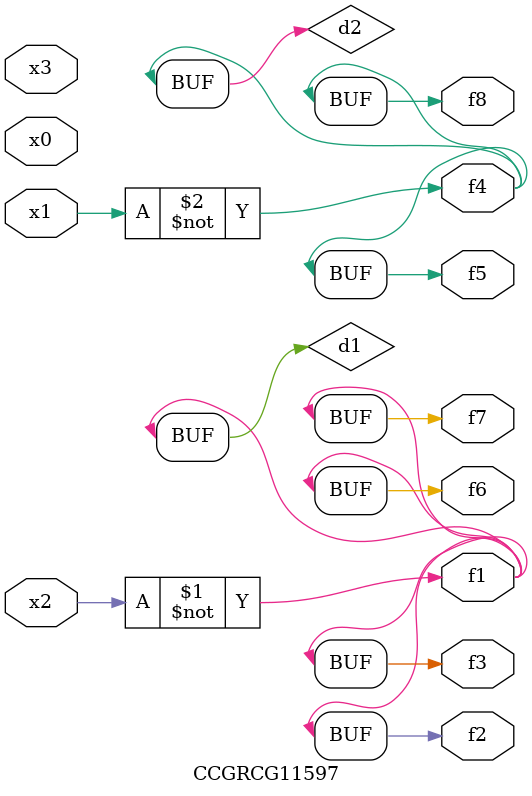
<source format=v>
module CCGRCG11597(
	input x0, x1, x2, x3,
	output f1, f2, f3, f4, f5, f6, f7, f8
);

	wire d1, d2;

	xnor (d1, x2);
	not (d2, x1);
	assign f1 = d1;
	assign f2 = d1;
	assign f3 = d1;
	assign f4 = d2;
	assign f5 = d2;
	assign f6 = d1;
	assign f7 = d1;
	assign f8 = d2;
endmodule

</source>
